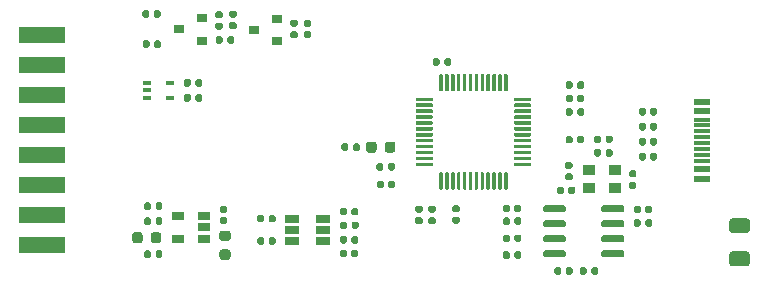
<source format=gbr>
%TF.GenerationSoftware,KiCad,Pcbnew,(5.1.6)-1*%
%TF.CreationDate,2020-08-12T13:20:56+08:00*%
%TF.ProjectId,sl_v2,736c5f76-322e-46b6-9963-61645f706362,rev?*%
%TF.SameCoordinates,Original*%
%TF.FileFunction,Paste,Top*%
%TF.FilePolarity,Positive*%
%FSLAX46Y46*%
G04 Gerber Fmt 4.6, Leading zero omitted, Abs format (unit mm)*
G04 Created by KiCad (PCBNEW (5.1.6)-1) date 2020-08-12 13:20:56*
%MOMM*%
%LPD*%
G01*
G04 APERTURE LIST*
%ADD10R,4.000000X1.400000*%
%ADD11R,0.650000X0.400000*%
%ADD12R,1.450000X0.300000*%
%ADD13R,1.450000X0.600000*%
%ADD14R,0.900000X0.800000*%
%ADD15R,1.220000X0.650000*%
%ADD16R,1.060000X0.650000*%
%ADD17R,1.000000X0.900000*%
G04 APERTURE END LIST*
D10*
%TO.C,J2*%
X127889000Y-89154000D03*
X127889000Y-91694000D03*
X127889000Y-94234000D03*
X127889000Y-96774000D03*
X127889000Y-99314000D03*
X127889000Y-101854000D03*
X127889000Y-104394000D03*
X127889000Y-106934000D03*
%TD*%
%TO.C,C2*%
G36*
G01*
X143126750Y-105709100D02*
X143639250Y-105709100D01*
G75*
G02*
X143858000Y-105927850I0J-218750D01*
G01*
X143858000Y-106365350D01*
G75*
G02*
X143639250Y-106584100I-218750J0D01*
G01*
X143126750Y-106584100D01*
G75*
G02*
X142908000Y-106365350I0J218750D01*
G01*
X142908000Y-105927850D01*
G75*
G02*
X143126750Y-105709100I218750J0D01*
G01*
G37*
G36*
G01*
X143126750Y-107284100D02*
X143639250Y-107284100D01*
G75*
G02*
X143858000Y-107502850I0J-218750D01*
G01*
X143858000Y-107940350D01*
G75*
G02*
X143639250Y-108159100I-218750J0D01*
G01*
X143126750Y-108159100D01*
G75*
G02*
X142908000Y-107940350I0J218750D01*
G01*
X142908000Y-107502850D01*
G75*
G02*
X143126750Y-107284100I218750J0D01*
G01*
G37*
%TD*%
%TO.C,R15*%
G36*
G01*
X174003200Y-108945900D02*
X174003200Y-109290900D01*
G75*
G02*
X173855700Y-109438400I-147500J0D01*
G01*
X173560700Y-109438400D01*
G75*
G02*
X173413200Y-109290900I0J147500D01*
G01*
X173413200Y-108945900D01*
G75*
G02*
X173560700Y-108798400I147500J0D01*
G01*
X173855700Y-108798400D01*
G75*
G02*
X174003200Y-108945900I0J-147500D01*
G01*
G37*
G36*
G01*
X174973200Y-108945900D02*
X174973200Y-109290900D01*
G75*
G02*
X174825700Y-109438400I-147500J0D01*
G01*
X174530700Y-109438400D01*
G75*
G02*
X174383200Y-109290900I0J147500D01*
G01*
X174383200Y-108945900D01*
G75*
G02*
X174530700Y-108798400I147500J0D01*
G01*
X174825700Y-108798400D01*
G75*
G02*
X174973200Y-108945900I0J-147500D01*
G01*
G37*
%TD*%
%TO.C,R22*%
G36*
G01*
X168473200Y-106177300D02*
X168473200Y-106522300D01*
G75*
G02*
X168325700Y-106669800I-147500J0D01*
G01*
X168030700Y-106669800D01*
G75*
G02*
X167883200Y-106522300I0J147500D01*
G01*
X167883200Y-106177300D01*
G75*
G02*
X168030700Y-106029800I147500J0D01*
G01*
X168325700Y-106029800D01*
G75*
G02*
X168473200Y-106177300I0J-147500D01*
G01*
G37*
G36*
G01*
X167503200Y-106177300D02*
X167503200Y-106522300D01*
G75*
G02*
X167355700Y-106669800I-147500J0D01*
G01*
X167060700Y-106669800D01*
G75*
G02*
X166913200Y-106522300I0J147500D01*
G01*
X166913200Y-106177300D01*
G75*
G02*
X167060700Y-106029800I147500J0D01*
G01*
X167355700Y-106029800D01*
G75*
G02*
X167503200Y-106177300I0J-147500D01*
G01*
G37*
%TD*%
%TO.C,C10*%
G36*
G01*
X160736500Y-103588600D02*
X161081500Y-103588600D01*
G75*
G02*
X161229000Y-103736100I0J-147500D01*
G01*
X161229000Y-104031100D01*
G75*
G02*
X161081500Y-104178600I-147500J0D01*
G01*
X160736500Y-104178600D01*
G75*
G02*
X160589000Y-104031100I0J147500D01*
G01*
X160589000Y-103736100D01*
G75*
G02*
X160736500Y-103588600I147500J0D01*
G01*
G37*
G36*
G01*
X160736500Y-104558600D02*
X161081500Y-104558600D01*
G75*
G02*
X161229000Y-104706100I0J-147500D01*
G01*
X161229000Y-105001100D01*
G75*
G02*
X161081500Y-105148600I-147500J0D01*
G01*
X160736500Y-105148600D01*
G75*
G02*
X160589000Y-105001100I0J147500D01*
G01*
X160589000Y-104706100D01*
G75*
G02*
X160736500Y-104558600I147500J0D01*
G01*
G37*
%TD*%
D11*
%TO.C,U4*%
X136794200Y-93177600D03*
X136794200Y-94477600D03*
X136794200Y-93827600D03*
X138694200Y-94477600D03*
X138694200Y-93177600D03*
%TD*%
%TO.C,L3*%
G36*
G01*
X140498200Y-93020100D02*
X140498200Y-93365100D01*
G75*
G02*
X140350700Y-93512600I-147500J0D01*
G01*
X140055700Y-93512600D01*
G75*
G02*
X139908200Y-93365100I0J147500D01*
G01*
X139908200Y-93020100D01*
G75*
G02*
X140055700Y-92872600I147500J0D01*
G01*
X140350700Y-92872600D01*
G75*
G02*
X140498200Y-93020100I0J-147500D01*
G01*
G37*
G36*
G01*
X141468200Y-93020100D02*
X141468200Y-93365100D01*
G75*
G02*
X141320700Y-93512600I-147500J0D01*
G01*
X141025700Y-93512600D01*
G75*
G02*
X140878200Y-93365100I0J147500D01*
G01*
X140878200Y-93020100D01*
G75*
G02*
X141025700Y-92872600I147500J0D01*
G01*
X141320700Y-92872600D01*
G75*
G02*
X141468200Y-93020100I0J-147500D01*
G01*
G37*
%TD*%
%TO.C,C15*%
G36*
G01*
X140878200Y-94635100D02*
X140878200Y-94290100D01*
G75*
G02*
X141025700Y-94142600I147500J0D01*
G01*
X141320700Y-94142600D01*
G75*
G02*
X141468200Y-94290100I0J-147500D01*
G01*
X141468200Y-94635100D01*
G75*
G02*
X141320700Y-94782600I-147500J0D01*
G01*
X141025700Y-94782600D01*
G75*
G02*
X140878200Y-94635100I0J147500D01*
G01*
G37*
G36*
G01*
X139908200Y-94635100D02*
X139908200Y-94290100D01*
G75*
G02*
X140055700Y-94142600I147500J0D01*
G01*
X140350700Y-94142600D01*
G75*
G02*
X140498200Y-94290100I0J-147500D01*
G01*
X140498200Y-94635100D01*
G75*
G02*
X140350700Y-94782600I-147500J0D01*
G01*
X140055700Y-94782600D01*
G75*
G02*
X139908200Y-94635100I0J147500D01*
G01*
G37*
%TD*%
%TO.C,C1*%
G36*
G01*
X144215900Y-88641000D02*
X143870900Y-88641000D01*
G75*
G02*
X143723400Y-88493500I0J147500D01*
G01*
X143723400Y-88198500D01*
G75*
G02*
X143870900Y-88051000I147500J0D01*
G01*
X144215900Y-88051000D01*
G75*
G02*
X144363400Y-88198500I0J-147500D01*
G01*
X144363400Y-88493500D01*
G75*
G02*
X144215900Y-88641000I-147500J0D01*
G01*
G37*
G36*
G01*
X144215900Y-87671000D02*
X143870900Y-87671000D01*
G75*
G02*
X143723400Y-87523500I0J147500D01*
G01*
X143723400Y-87228500D01*
G75*
G02*
X143870900Y-87081000I147500J0D01*
G01*
X144215900Y-87081000D01*
G75*
G02*
X144363400Y-87228500I0J-147500D01*
G01*
X144363400Y-87523500D01*
G75*
G02*
X144215900Y-87671000I-147500J0D01*
G01*
G37*
%TD*%
%TO.C,C3*%
G36*
G01*
X162524800Y-91242100D02*
X162524800Y-91587100D01*
G75*
G02*
X162377300Y-91734600I-147500J0D01*
G01*
X162082300Y-91734600D01*
G75*
G02*
X161934800Y-91587100I0J147500D01*
G01*
X161934800Y-91242100D01*
G75*
G02*
X162082300Y-91094600I147500J0D01*
G01*
X162377300Y-91094600D01*
G75*
G02*
X162524800Y-91242100I0J-147500D01*
G01*
G37*
G36*
G01*
X161554800Y-91242100D02*
X161554800Y-91587100D01*
G75*
G02*
X161407300Y-91734600I-147500J0D01*
G01*
X161112300Y-91734600D01*
G75*
G02*
X160964800Y-91587100I0J147500D01*
G01*
X160964800Y-91242100D01*
G75*
G02*
X161112300Y-91094600I147500J0D01*
G01*
X161407300Y-91094600D01*
G75*
G02*
X161554800Y-91242100I0J-147500D01*
G01*
G37*
%TD*%
%TO.C,C4*%
G36*
G01*
X137120000Y-103459500D02*
X137120000Y-103804500D01*
G75*
G02*
X136972500Y-103952000I-147500J0D01*
G01*
X136677500Y-103952000D01*
G75*
G02*
X136530000Y-103804500I0J147500D01*
G01*
X136530000Y-103459500D01*
G75*
G02*
X136677500Y-103312000I147500J0D01*
G01*
X136972500Y-103312000D01*
G75*
G02*
X137120000Y-103459500I0J-147500D01*
G01*
G37*
G36*
G01*
X138090000Y-103459500D02*
X138090000Y-103804500D01*
G75*
G02*
X137942500Y-103952000I-147500J0D01*
G01*
X137647500Y-103952000D01*
G75*
G02*
X137500000Y-103804500I0J147500D01*
G01*
X137500000Y-103459500D01*
G75*
G02*
X137647500Y-103312000I147500J0D01*
G01*
X137942500Y-103312000D01*
G75*
G02*
X138090000Y-103459500I0J-147500D01*
G01*
G37*
%TD*%
%TO.C,C5*%
G36*
G01*
X137978500Y-106042750D02*
X137978500Y-106555250D01*
G75*
G02*
X137759750Y-106774000I-218750J0D01*
G01*
X137322250Y-106774000D01*
G75*
G02*
X137103500Y-106555250I0J218750D01*
G01*
X137103500Y-106042750D01*
G75*
G02*
X137322250Y-105824000I218750J0D01*
G01*
X137759750Y-105824000D01*
G75*
G02*
X137978500Y-106042750I0J-218750D01*
G01*
G37*
G36*
G01*
X136403500Y-106042750D02*
X136403500Y-106555250D01*
G75*
G02*
X136184750Y-106774000I-218750J0D01*
G01*
X135747250Y-106774000D01*
G75*
G02*
X135528500Y-106555250I0J218750D01*
G01*
X135528500Y-106042750D01*
G75*
G02*
X135747250Y-105824000I218750J0D01*
G01*
X136184750Y-105824000D01*
G75*
G02*
X136403500Y-106042750I0J-218750D01*
G01*
G37*
%TD*%
%TO.C,C6*%
G36*
G01*
X138090000Y-104729500D02*
X138090000Y-105074500D01*
G75*
G02*
X137942500Y-105222000I-147500J0D01*
G01*
X137647500Y-105222000D01*
G75*
G02*
X137500000Y-105074500I0J147500D01*
G01*
X137500000Y-104729500D01*
G75*
G02*
X137647500Y-104582000I147500J0D01*
G01*
X137942500Y-104582000D01*
G75*
G02*
X138090000Y-104729500I0J-147500D01*
G01*
G37*
G36*
G01*
X137120000Y-104729500D02*
X137120000Y-105074500D01*
G75*
G02*
X136972500Y-105222000I-147500J0D01*
G01*
X136677500Y-105222000D01*
G75*
G02*
X136530000Y-105074500I0J147500D01*
G01*
X136530000Y-104729500D01*
G75*
G02*
X136677500Y-104582000I147500J0D01*
G01*
X136972500Y-104582000D01*
G75*
G02*
X137120000Y-104729500I0J-147500D01*
G01*
G37*
%TD*%
%TO.C,C7*%
G36*
G01*
X176194800Y-97795300D02*
X176194800Y-98140300D01*
G75*
G02*
X176047300Y-98287800I-147500J0D01*
G01*
X175752300Y-98287800D01*
G75*
G02*
X175604800Y-98140300I0J147500D01*
G01*
X175604800Y-97795300D01*
G75*
G02*
X175752300Y-97647800I147500J0D01*
G01*
X176047300Y-97647800D01*
G75*
G02*
X176194800Y-97795300I0J-147500D01*
G01*
G37*
G36*
G01*
X175224800Y-97795300D02*
X175224800Y-98140300D01*
G75*
G02*
X175077300Y-98287800I-147500J0D01*
G01*
X174782300Y-98287800D01*
G75*
G02*
X174634800Y-98140300I0J147500D01*
G01*
X174634800Y-97795300D01*
G75*
G02*
X174782300Y-97647800I147500J0D01*
G01*
X175077300Y-97647800D01*
G75*
G02*
X175224800Y-97795300I0J-147500D01*
G01*
G37*
%TD*%
%TO.C,C8*%
G36*
G01*
X171482800Y-102458300D02*
X171482800Y-102113300D01*
G75*
G02*
X171630300Y-101965800I147500J0D01*
G01*
X171925300Y-101965800D01*
G75*
G02*
X172072800Y-102113300I0J-147500D01*
G01*
X172072800Y-102458300D01*
G75*
G02*
X171925300Y-102605800I-147500J0D01*
G01*
X171630300Y-102605800D01*
G75*
G02*
X171482800Y-102458300I0J147500D01*
G01*
G37*
G36*
G01*
X172452800Y-102458300D02*
X172452800Y-102113300D01*
G75*
G02*
X172600300Y-101965800I147500J0D01*
G01*
X172895300Y-101965800D01*
G75*
G02*
X173042800Y-102113300I0J-147500D01*
G01*
X173042800Y-102458300D01*
G75*
G02*
X172895300Y-102605800I-147500J0D01*
G01*
X172600300Y-102605800D01*
G75*
G02*
X172452800Y-102458300I0J147500D01*
G01*
G37*
%TD*%
%TO.C,C9*%
G36*
G01*
X178074100Y-101183800D02*
X177729100Y-101183800D01*
G75*
G02*
X177581600Y-101036300I0J147500D01*
G01*
X177581600Y-100741300D01*
G75*
G02*
X177729100Y-100593800I147500J0D01*
G01*
X178074100Y-100593800D01*
G75*
G02*
X178221600Y-100741300I0J-147500D01*
G01*
X178221600Y-101036300D01*
G75*
G02*
X178074100Y-101183800I-147500J0D01*
G01*
G37*
G36*
G01*
X178074100Y-102153800D02*
X177729100Y-102153800D01*
G75*
G02*
X177581600Y-102006300I0J147500D01*
G01*
X177581600Y-101711300D01*
G75*
G02*
X177729100Y-101563800I147500J0D01*
G01*
X178074100Y-101563800D01*
G75*
G02*
X178221600Y-101711300I0J-147500D01*
G01*
X178221600Y-102006300D01*
G75*
G02*
X178074100Y-102153800I-147500J0D01*
G01*
G37*
%TD*%
%TO.C,C11*%
G36*
G01*
X159618900Y-103591000D02*
X159963900Y-103591000D01*
G75*
G02*
X160111400Y-103738500I0J-147500D01*
G01*
X160111400Y-104033500D01*
G75*
G02*
X159963900Y-104181000I-147500J0D01*
G01*
X159618900Y-104181000D01*
G75*
G02*
X159471400Y-104033500I0J147500D01*
G01*
X159471400Y-103738500D01*
G75*
G02*
X159618900Y-103591000I147500J0D01*
G01*
G37*
G36*
G01*
X159618900Y-104561000D02*
X159963900Y-104561000D01*
G75*
G02*
X160111400Y-104708500I0J-147500D01*
G01*
X160111400Y-105003500D01*
G75*
G02*
X159963900Y-105151000I-147500J0D01*
G01*
X159618900Y-105151000D01*
G75*
G02*
X159471400Y-105003500I0J147500D01*
G01*
X159471400Y-104708500D01*
G75*
G02*
X159618900Y-104561000I147500J0D01*
G01*
G37*
%TD*%
%TO.C,C12*%
G36*
G01*
X157187400Y-101963000D02*
X157187400Y-101618000D01*
G75*
G02*
X157334900Y-101470500I147500J0D01*
G01*
X157629900Y-101470500D01*
G75*
G02*
X157777400Y-101618000I0J-147500D01*
G01*
X157777400Y-101963000D01*
G75*
G02*
X157629900Y-102110500I-147500J0D01*
G01*
X157334900Y-102110500D01*
G75*
G02*
X157187400Y-101963000I0J147500D01*
G01*
G37*
G36*
G01*
X156217400Y-101963000D02*
X156217400Y-101618000D01*
G75*
G02*
X156364900Y-101470500I147500J0D01*
G01*
X156659900Y-101470500D01*
G75*
G02*
X156807400Y-101618000I0J-147500D01*
G01*
X156807400Y-101963000D01*
G75*
G02*
X156659900Y-102110500I-147500J0D01*
G01*
X156364900Y-102110500D01*
G75*
G02*
X156217400Y-101963000I0J147500D01*
G01*
G37*
%TD*%
%TO.C,C13*%
G36*
G01*
X163113500Y-105125600D02*
X162768500Y-105125600D01*
G75*
G02*
X162621000Y-104978100I0J147500D01*
G01*
X162621000Y-104683100D01*
G75*
G02*
X162768500Y-104535600I147500J0D01*
G01*
X163113500Y-104535600D01*
G75*
G02*
X163261000Y-104683100I0J-147500D01*
G01*
X163261000Y-104978100D01*
G75*
G02*
X163113500Y-105125600I-147500J0D01*
G01*
G37*
G36*
G01*
X163113500Y-104155600D02*
X162768500Y-104155600D01*
G75*
G02*
X162621000Y-104008100I0J147500D01*
G01*
X162621000Y-103713100D01*
G75*
G02*
X162768500Y-103565600I147500J0D01*
G01*
X163113500Y-103565600D01*
G75*
G02*
X163261000Y-103713100I0J-147500D01*
G01*
X163261000Y-104008100D01*
G75*
G02*
X163113500Y-104155600I-147500J0D01*
G01*
G37*
%TD*%
%TO.C,C14*%
G36*
G01*
X178577600Y-104881900D02*
X178577600Y-105226900D01*
G75*
G02*
X178430100Y-105374400I-147500J0D01*
G01*
X178135100Y-105374400D01*
G75*
G02*
X177987600Y-105226900I0J147500D01*
G01*
X177987600Y-104881900D01*
G75*
G02*
X178135100Y-104734400I147500J0D01*
G01*
X178430100Y-104734400D01*
G75*
G02*
X178577600Y-104881900I0J-147500D01*
G01*
G37*
G36*
G01*
X179547600Y-104881900D02*
X179547600Y-105226900D01*
G75*
G02*
X179400100Y-105374400I-147500J0D01*
G01*
X179105100Y-105374400D01*
G75*
G02*
X178957600Y-105226900I0J147500D01*
G01*
X178957600Y-104881900D01*
G75*
G02*
X179105100Y-104734400I147500J0D01*
G01*
X179400100Y-104734400D01*
G75*
G02*
X179547600Y-104881900I0J-147500D01*
G01*
G37*
%TD*%
%TO.C,C16*%
G36*
G01*
X154676200Y-106304300D02*
X154676200Y-106649300D01*
G75*
G02*
X154528700Y-106796800I-147500J0D01*
G01*
X154233700Y-106796800D01*
G75*
G02*
X154086200Y-106649300I0J147500D01*
G01*
X154086200Y-106304300D01*
G75*
G02*
X154233700Y-106156800I147500J0D01*
G01*
X154528700Y-106156800D01*
G75*
G02*
X154676200Y-106304300I0J-147500D01*
G01*
G37*
G36*
G01*
X153706200Y-106304300D02*
X153706200Y-106649300D01*
G75*
G02*
X153558700Y-106796800I-147500J0D01*
G01*
X153263700Y-106796800D01*
G75*
G02*
X153116200Y-106649300I0J147500D01*
G01*
X153116200Y-106304300D01*
G75*
G02*
X153263700Y-106156800I147500J0D01*
G01*
X153558700Y-106156800D01*
G75*
G02*
X153706200Y-106304300I0J-147500D01*
G01*
G37*
%TD*%
%TO.C,C17*%
G36*
G01*
X147075800Y-106750900D02*
X147075800Y-106405900D01*
G75*
G02*
X147223300Y-106258400I147500J0D01*
G01*
X147518300Y-106258400D01*
G75*
G02*
X147665800Y-106405900I0J-147500D01*
G01*
X147665800Y-106750900D01*
G75*
G02*
X147518300Y-106898400I-147500J0D01*
G01*
X147223300Y-106898400D01*
G75*
G02*
X147075800Y-106750900I0J147500D01*
G01*
G37*
G36*
G01*
X146105800Y-106750900D02*
X146105800Y-106405900D01*
G75*
G02*
X146253300Y-106258400I147500J0D01*
G01*
X146548300Y-106258400D01*
G75*
G02*
X146695800Y-106405900I0J-147500D01*
G01*
X146695800Y-106750900D01*
G75*
G02*
X146548300Y-106898400I-147500J0D01*
G01*
X146253300Y-106898400D01*
G75*
G02*
X146105800Y-106750900I0J147500D01*
G01*
G37*
%TD*%
%TO.C,C18*%
G36*
G01*
X172837200Y-95483900D02*
X172837200Y-95828900D01*
G75*
G02*
X172689700Y-95976400I-147500J0D01*
G01*
X172394700Y-95976400D01*
G75*
G02*
X172247200Y-95828900I0J147500D01*
G01*
X172247200Y-95483900D01*
G75*
G02*
X172394700Y-95336400I147500J0D01*
G01*
X172689700Y-95336400D01*
G75*
G02*
X172837200Y-95483900I0J-147500D01*
G01*
G37*
G36*
G01*
X173807200Y-95483900D02*
X173807200Y-95828900D01*
G75*
G02*
X173659700Y-95976400I-147500J0D01*
G01*
X173364700Y-95976400D01*
G75*
G02*
X173217200Y-95828900I0J147500D01*
G01*
X173217200Y-95483900D01*
G75*
G02*
X173364700Y-95336400I147500J0D01*
G01*
X173659700Y-95336400D01*
G75*
G02*
X173807200Y-95483900I0J-147500D01*
G01*
G37*
%TD*%
%TO.C,D1*%
G36*
G01*
X157790700Y-98371950D02*
X157790700Y-98884450D01*
G75*
G02*
X157571950Y-99103200I-218750J0D01*
G01*
X157134450Y-99103200D01*
G75*
G02*
X156915700Y-98884450I0J218750D01*
G01*
X156915700Y-98371950D01*
G75*
G02*
X157134450Y-98153200I218750J0D01*
G01*
X157571950Y-98153200D01*
G75*
G02*
X157790700Y-98371950I0J-218750D01*
G01*
G37*
G36*
G01*
X156215700Y-98371950D02*
X156215700Y-98884450D01*
G75*
G02*
X155996950Y-99103200I-218750J0D01*
G01*
X155559450Y-99103200D01*
G75*
G02*
X155340700Y-98884450I0J218750D01*
G01*
X155340700Y-98371950D01*
G75*
G02*
X155559450Y-98153200I218750J0D01*
G01*
X155996950Y-98153200D01*
G75*
G02*
X156215700Y-98371950I0J-218750D01*
G01*
G37*
%TD*%
%TO.C,F1*%
G36*
G01*
X186319000Y-104658000D02*
X187569000Y-104658000D01*
G75*
G02*
X187819000Y-104908000I0J-250000D01*
G01*
X187819000Y-105658000D01*
G75*
G02*
X187569000Y-105908000I-250000J0D01*
G01*
X186319000Y-105908000D01*
G75*
G02*
X186069000Y-105658000I0J250000D01*
G01*
X186069000Y-104908000D01*
G75*
G02*
X186319000Y-104658000I250000J0D01*
G01*
G37*
G36*
G01*
X186319000Y-107458000D02*
X187569000Y-107458000D01*
G75*
G02*
X187819000Y-107708000I0J-250000D01*
G01*
X187819000Y-108458000D01*
G75*
G02*
X187569000Y-108708000I-250000J0D01*
G01*
X186319000Y-108708000D01*
G75*
G02*
X186069000Y-108458000I0J250000D01*
G01*
X186069000Y-107708000D01*
G75*
G02*
X186319000Y-107458000I250000J0D01*
G01*
G37*
%TD*%
D12*
%TO.C,J1*%
X183788000Y-98294000D03*
X183788000Y-96294000D03*
X183788000Y-96794000D03*
X183788000Y-97294000D03*
X183788000Y-97794000D03*
X183788000Y-98794000D03*
X183788000Y-99294000D03*
X183788000Y-99794000D03*
D13*
X183788000Y-94794000D03*
X183788000Y-95594000D03*
X183788000Y-100494000D03*
X183788000Y-101294000D03*
X183788000Y-101294000D03*
X183788000Y-100494000D03*
X183788000Y-95594000D03*
X183788000Y-94794000D03*
%TD*%
%TO.C,L1*%
G36*
G01*
X168473200Y-104729500D02*
X168473200Y-105074500D01*
G75*
G02*
X168325700Y-105222000I-147500J0D01*
G01*
X168030700Y-105222000D01*
G75*
G02*
X167883200Y-105074500I0J147500D01*
G01*
X167883200Y-104729500D01*
G75*
G02*
X168030700Y-104582000I147500J0D01*
G01*
X168325700Y-104582000D01*
G75*
G02*
X168473200Y-104729500I0J-147500D01*
G01*
G37*
G36*
G01*
X167503200Y-104729500D02*
X167503200Y-105074500D01*
G75*
G02*
X167355700Y-105222000I-147500J0D01*
G01*
X167060700Y-105222000D01*
G75*
G02*
X166913200Y-105074500I0J147500D01*
G01*
X166913200Y-104729500D01*
G75*
G02*
X167060700Y-104582000I147500J0D01*
G01*
X167355700Y-104582000D01*
G75*
G02*
X167503200Y-104729500I0J-147500D01*
G01*
G37*
%TD*%
%TO.C,L2*%
G36*
G01*
X176194800Y-98938300D02*
X176194800Y-99283300D01*
G75*
G02*
X176047300Y-99430800I-147500J0D01*
G01*
X175752300Y-99430800D01*
G75*
G02*
X175604800Y-99283300I0J147500D01*
G01*
X175604800Y-98938300D01*
G75*
G02*
X175752300Y-98790800I147500J0D01*
G01*
X176047300Y-98790800D01*
G75*
G02*
X176194800Y-98938300I0J-147500D01*
G01*
G37*
G36*
G01*
X175224800Y-98938300D02*
X175224800Y-99283300D01*
G75*
G02*
X175077300Y-99430800I-147500J0D01*
G01*
X174782300Y-99430800D01*
G75*
G02*
X174634800Y-99283300I0J147500D01*
G01*
X174634800Y-98938300D01*
G75*
G02*
X174782300Y-98790800I147500J0D01*
G01*
X175077300Y-98790800D01*
G75*
G02*
X175224800Y-98938300I0J-147500D01*
G01*
G37*
%TD*%
%TO.C,L4*%
G36*
G01*
X172811800Y-94340900D02*
X172811800Y-94685900D01*
G75*
G02*
X172664300Y-94833400I-147500J0D01*
G01*
X172369300Y-94833400D01*
G75*
G02*
X172221800Y-94685900I0J147500D01*
G01*
X172221800Y-94340900D01*
G75*
G02*
X172369300Y-94193400I147500J0D01*
G01*
X172664300Y-94193400D01*
G75*
G02*
X172811800Y-94340900I0J-147500D01*
G01*
G37*
G36*
G01*
X173781800Y-94340900D02*
X173781800Y-94685900D01*
G75*
G02*
X173634300Y-94833400I-147500J0D01*
G01*
X173339300Y-94833400D01*
G75*
G02*
X173191800Y-94685900I0J147500D01*
G01*
X173191800Y-94340900D01*
G75*
G02*
X173339300Y-94193400I147500J0D01*
G01*
X173634300Y-94193400D01*
G75*
G02*
X173781800Y-94340900I0J-147500D01*
G01*
G37*
%TD*%
D14*
%TO.C,Q1*%
X141452600Y-89611200D03*
X141452600Y-87711200D03*
X139452600Y-88661200D03*
%TD*%
D15*
%TO.C,Q2*%
X149096100Y-104675900D03*
X149096100Y-105625900D03*
X149096100Y-106575900D03*
X151716100Y-106575900D03*
X151716100Y-105625900D03*
X151716100Y-104675900D03*
%TD*%
%TO.C,R1*%
G36*
G01*
X142702500Y-88101800D02*
X143047500Y-88101800D01*
G75*
G02*
X143195000Y-88249300I0J-147500D01*
G01*
X143195000Y-88544300D01*
G75*
G02*
X143047500Y-88691800I-147500J0D01*
G01*
X142702500Y-88691800D01*
G75*
G02*
X142555000Y-88544300I0J147500D01*
G01*
X142555000Y-88249300D01*
G75*
G02*
X142702500Y-88101800I147500J0D01*
G01*
G37*
G36*
G01*
X142702500Y-87131800D02*
X143047500Y-87131800D01*
G75*
G02*
X143195000Y-87279300I0J-147500D01*
G01*
X143195000Y-87574300D01*
G75*
G02*
X143047500Y-87721800I-147500J0D01*
G01*
X142702500Y-87721800D01*
G75*
G02*
X142555000Y-87574300I0J147500D01*
G01*
X142555000Y-87279300D01*
G75*
G02*
X142702500Y-87131800I147500J0D01*
G01*
G37*
%TD*%
%TO.C,R2*%
G36*
G01*
X143083500Y-103591000D02*
X143428500Y-103591000D01*
G75*
G02*
X143576000Y-103738500I0J-147500D01*
G01*
X143576000Y-104033500D01*
G75*
G02*
X143428500Y-104181000I-147500J0D01*
G01*
X143083500Y-104181000D01*
G75*
G02*
X142936000Y-104033500I0J147500D01*
G01*
X142936000Y-103738500D01*
G75*
G02*
X143083500Y-103591000I147500J0D01*
G01*
G37*
G36*
G01*
X143083500Y-104561000D02*
X143428500Y-104561000D01*
G75*
G02*
X143576000Y-104708500I0J-147500D01*
G01*
X143576000Y-105003500D01*
G75*
G02*
X143428500Y-105151000I-147500J0D01*
G01*
X143083500Y-105151000D01*
G75*
G02*
X142936000Y-105003500I0J147500D01*
G01*
X142936000Y-104708500D01*
G75*
G02*
X143083500Y-104561000I147500J0D01*
G01*
G37*
%TD*%
%TO.C,R3*%
G36*
G01*
X144160600Y-89387900D02*
X144160600Y-89732900D01*
G75*
G02*
X144013100Y-89880400I-147500J0D01*
G01*
X143718100Y-89880400D01*
G75*
G02*
X143570600Y-89732900I0J147500D01*
G01*
X143570600Y-89387900D01*
G75*
G02*
X143718100Y-89240400I147500J0D01*
G01*
X144013100Y-89240400D01*
G75*
G02*
X144160600Y-89387900I0J-147500D01*
G01*
G37*
G36*
G01*
X143190600Y-89387900D02*
X143190600Y-89732900D01*
G75*
G02*
X143043100Y-89880400I-147500J0D01*
G01*
X142748100Y-89880400D01*
G75*
G02*
X142600600Y-89732900I0J147500D01*
G01*
X142600600Y-89387900D01*
G75*
G02*
X142748100Y-89240400I147500J0D01*
G01*
X143043100Y-89240400D01*
G75*
G02*
X143190600Y-89387900I0J-147500D01*
G01*
G37*
%TD*%
%TO.C,R4*%
G36*
G01*
X136380000Y-87548500D02*
X136380000Y-87203500D01*
G75*
G02*
X136527500Y-87056000I147500J0D01*
G01*
X136822500Y-87056000D01*
G75*
G02*
X136970000Y-87203500I0J-147500D01*
G01*
X136970000Y-87548500D01*
G75*
G02*
X136822500Y-87696000I-147500J0D01*
G01*
X136527500Y-87696000D01*
G75*
G02*
X136380000Y-87548500I0J147500D01*
G01*
G37*
G36*
G01*
X137350000Y-87548500D02*
X137350000Y-87203500D01*
G75*
G02*
X137497500Y-87056000I147500J0D01*
G01*
X137792500Y-87056000D01*
G75*
G02*
X137940000Y-87203500I0J-147500D01*
G01*
X137940000Y-87548500D01*
G75*
G02*
X137792500Y-87696000I-147500J0D01*
G01*
X137497500Y-87696000D01*
G75*
G02*
X137350000Y-87548500I0J147500D01*
G01*
G37*
%TD*%
%TO.C,R5*%
G36*
G01*
X137373000Y-90088500D02*
X137373000Y-89743500D01*
G75*
G02*
X137520500Y-89596000I147500J0D01*
G01*
X137815500Y-89596000D01*
G75*
G02*
X137963000Y-89743500I0J-147500D01*
G01*
X137963000Y-90088500D01*
G75*
G02*
X137815500Y-90236000I-147500J0D01*
G01*
X137520500Y-90236000D01*
G75*
G02*
X137373000Y-90088500I0J147500D01*
G01*
G37*
G36*
G01*
X136403000Y-90088500D02*
X136403000Y-89743500D01*
G75*
G02*
X136550500Y-89596000I147500J0D01*
G01*
X136845500Y-89596000D01*
G75*
G02*
X136993000Y-89743500I0J-147500D01*
G01*
X136993000Y-90088500D01*
G75*
G02*
X136845500Y-90236000I-147500J0D01*
G01*
X136550500Y-90236000D01*
G75*
G02*
X136403000Y-90088500I0J147500D01*
G01*
G37*
%TD*%
%TO.C,R6*%
G36*
G01*
X178417000Y-99613500D02*
X178417000Y-99268500D01*
G75*
G02*
X178564500Y-99121000I147500J0D01*
G01*
X178859500Y-99121000D01*
G75*
G02*
X179007000Y-99268500I0J-147500D01*
G01*
X179007000Y-99613500D01*
G75*
G02*
X178859500Y-99761000I-147500J0D01*
G01*
X178564500Y-99761000D01*
G75*
G02*
X178417000Y-99613500I0J147500D01*
G01*
G37*
G36*
G01*
X179387000Y-99613500D02*
X179387000Y-99268500D01*
G75*
G02*
X179534500Y-99121000I147500J0D01*
G01*
X179829500Y-99121000D01*
G75*
G02*
X179977000Y-99268500I0J-147500D01*
G01*
X179977000Y-99613500D01*
G75*
G02*
X179829500Y-99761000I-147500J0D01*
G01*
X179534500Y-99761000D01*
G75*
G02*
X179387000Y-99613500I0J147500D01*
G01*
G37*
%TD*%
%TO.C,R7*%
G36*
G01*
X179387000Y-95803500D02*
X179387000Y-95458500D01*
G75*
G02*
X179534500Y-95311000I147500J0D01*
G01*
X179829500Y-95311000D01*
G75*
G02*
X179977000Y-95458500I0J-147500D01*
G01*
X179977000Y-95803500D01*
G75*
G02*
X179829500Y-95951000I-147500J0D01*
G01*
X179534500Y-95951000D01*
G75*
G02*
X179387000Y-95803500I0J147500D01*
G01*
G37*
G36*
G01*
X178417000Y-95803500D02*
X178417000Y-95458500D01*
G75*
G02*
X178564500Y-95311000I147500J0D01*
G01*
X178859500Y-95311000D01*
G75*
G02*
X179007000Y-95458500I0J-147500D01*
G01*
X179007000Y-95803500D01*
G75*
G02*
X178859500Y-95951000I-147500J0D01*
G01*
X178564500Y-95951000D01*
G75*
G02*
X178417000Y-95803500I0J147500D01*
G01*
G37*
%TD*%
%TO.C,R8*%
G36*
G01*
X178417000Y-98343500D02*
X178417000Y-97998500D01*
G75*
G02*
X178564500Y-97851000I147500J0D01*
G01*
X178859500Y-97851000D01*
G75*
G02*
X179007000Y-97998500I0J-147500D01*
G01*
X179007000Y-98343500D01*
G75*
G02*
X178859500Y-98491000I-147500J0D01*
G01*
X178564500Y-98491000D01*
G75*
G02*
X178417000Y-98343500I0J147500D01*
G01*
G37*
G36*
G01*
X179387000Y-98343500D02*
X179387000Y-97998500D01*
G75*
G02*
X179534500Y-97851000I147500J0D01*
G01*
X179829500Y-97851000D01*
G75*
G02*
X179977000Y-97998500I0J-147500D01*
G01*
X179977000Y-98343500D01*
G75*
G02*
X179829500Y-98491000I-147500J0D01*
G01*
X179534500Y-98491000D01*
G75*
G02*
X179387000Y-98343500I0J147500D01*
G01*
G37*
%TD*%
%TO.C,R9*%
G36*
G01*
X179387000Y-97073500D02*
X179387000Y-96728500D01*
G75*
G02*
X179534500Y-96581000I147500J0D01*
G01*
X179829500Y-96581000D01*
G75*
G02*
X179977000Y-96728500I0J-147500D01*
G01*
X179977000Y-97073500D01*
G75*
G02*
X179829500Y-97221000I-147500J0D01*
G01*
X179534500Y-97221000D01*
G75*
G02*
X179387000Y-97073500I0J147500D01*
G01*
G37*
G36*
G01*
X178417000Y-97073500D02*
X178417000Y-96728500D01*
G75*
G02*
X178564500Y-96581000I147500J0D01*
G01*
X178859500Y-96581000D01*
G75*
G02*
X179007000Y-96728500I0J-147500D01*
G01*
X179007000Y-97073500D01*
G75*
G02*
X178859500Y-97221000I-147500J0D01*
G01*
X178564500Y-97221000D01*
G75*
G02*
X178417000Y-97073500I0J147500D01*
G01*
G37*
%TD*%
%TO.C,R10*%
G36*
G01*
X137500000Y-107868500D02*
X137500000Y-107523500D01*
G75*
G02*
X137647500Y-107376000I147500J0D01*
G01*
X137942500Y-107376000D01*
G75*
G02*
X138090000Y-107523500I0J-147500D01*
G01*
X138090000Y-107868500D01*
G75*
G02*
X137942500Y-108016000I-147500J0D01*
G01*
X137647500Y-108016000D01*
G75*
G02*
X137500000Y-107868500I0J147500D01*
G01*
G37*
G36*
G01*
X136530000Y-107868500D02*
X136530000Y-107523500D01*
G75*
G02*
X136677500Y-107376000I147500J0D01*
G01*
X136972500Y-107376000D01*
G75*
G02*
X137120000Y-107523500I0J-147500D01*
G01*
X137120000Y-107868500D01*
G75*
G02*
X136972500Y-108016000I-147500J0D01*
G01*
X136677500Y-108016000D01*
G75*
G02*
X136530000Y-107868500I0J147500D01*
G01*
G37*
%TD*%
%TO.C,R11*%
G36*
G01*
X178952800Y-104083900D02*
X178952800Y-103738900D01*
G75*
G02*
X179100300Y-103591400I147500J0D01*
G01*
X179395300Y-103591400D01*
G75*
G02*
X179542800Y-103738900I0J-147500D01*
G01*
X179542800Y-104083900D01*
G75*
G02*
X179395300Y-104231400I-147500J0D01*
G01*
X179100300Y-104231400D01*
G75*
G02*
X178952800Y-104083900I0J147500D01*
G01*
G37*
G36*
G01*
X177982800Y-104083900D02*
X177982800Y-103738900D01*
G75*
G02*
X178130300Y-103591400I147500J0D01*
G01*
X178425300Y-103591400D01*
G75*
G02*
X178572800Y-103738900I0J-147500D01*
G01*
X178572800Y-104083900D01*
G75*
G02*
X178425300Y-104231400I-147500J0D01*
G01*
X178130300Y-104231400D01*
G75*
G02*
X177982800Y-104083900I0J147500D01*
G01*
G37*
%TD*%
%TO.C,R12*%
G36*
G01*
X156794700Y-100119400D02*
X156794700Y-100464400D01*
G75*
G02*
X156647200Y-100611900I-147500J0D01*
G01*
X156352200Y-100611900D01*
G75*
G02*
X156204700Y-100464400I0J147500D01*
G01*
X156204700Y-100119400D01*
G75*
G02*
X156352200Y-99971900I147500J0D01*
G01*
X156647200Y-99971900D01*
G75*
G02*
X156794700Y-100119400I0J-147500D01*
G01*
G37*
G36*
G01*
X157764700Y-100119400D02*
X157764700Y-100464400D01*
G75*
G02*
X157617200Y-100611900I-147500J0D01*
G01*
X157322200Y-100611900D01*
G75*
G02*
X157174700Y-100464400I0J147500D01*
G01*
X157174700Y-100119400D01*
G75*
G02*
X157322200Y-99971900I147500J0D01*
G01*
X157617200Y-99971900D01*
G75*
G02*
X157764700Y-100119400I0J-147500D01*
G01*
G37*
%TD*%
%TO.C,R13*%
G36*
G01*
X173187000Y-98165700D02*
X173187000Y-97820700D01*
G75*
G02*
X173334500Y-97673200I147500J0D01*
G01*
X173629500Y-97673200D01*
G75*
G02*
X173777000Y-97820700I0J-147500D01*
G01*
X173777000Y-98165700D01*
G75*
G02*
X173629500Y-98313200I-147500J0D01*
G01*
X173334500Y-98313200D01*
G75*
G02*
X173187000Y-98165700I0J147500D01*
G01*
G37*
G36*
G01*
X172217000Y-98165700D02*
X172217000Y-97820700D01*
G75*
G02*
X172364500Y-97673200I147500J0D01*
G01*
X172659500Y-97673200D01*
G75*
G02*
X172807000Y-97820700I0J-147500D01*
G01*
X172807000Y-98165700D01*
G75*
G02*
X172659500Y-98313200I-147500J0D01*
G01*
X172364500Y-98313200D01*
G75*
G02*
X172217000Y-98165700I0J147500D01*
G01*
G37*
%TD*%
%TO.C,R14*%
G36*
G01*
X172318900Y-99882600D02*
X172663900Y-99882600D01*
G75*
G02*
X172811400Y-100030100I0J-147500D01*
G01*
X172811400Y-100325100D01*
G75*
G02*
X172663900Y-100472600I-147500J0D01*
G01*
X172318900Y-100472600D01*
G75*
G02*
X172171400Y-100325100I0J147500D01*
G01*
X172171400Y-100030100D01*
G75*
G02*
X172318900Y-99882600I147500J0D01*
G01*
G37*
G36*
G01*
X172318900Y-100852600D02*
X172663900Y-100852600D01*
G75*
G02*
X172811400Y-101000100I0J-147500D01*
G01*
X172811400Y-101295100D01*
G75*
G02*
X172663900Y-101442600I-147500J0D01*
G01*
X172318900Y-101442600D01*
G75*
G02*
X172171400Y-101295100I0J147500D01*
G01*
X172171400Y-101000100D01*
G75*
G02*
X172318900Y-100852600I147500J0D01*
G01*
G37*
%TD*%
%TO.C,R16*%
G36*
G01*
X171251800Y-109290900D02*
X171251800Y-108945900D01*
G75*
G02*
X171399300Y-108798400I147500J0D01*
G01*
X171694300Y-108798400D01*
G75*
G02*
X171841800Y-108945900I0J-147500D01*
G01*
X171841800Y-109290900D01*
G75*
G02*
X171694300Y-109438400I-147500J0D01*
G01*
X171399300Y-109438400D01*
G75*
G02*
X171251800Y-109290900I0J147500D01*
G01*
G37*
G36*
G01*
X172221800Y-109290900D02*
X172221800Y-108945900D01*
G75*
G02*
X172369300Y-108798400I147500J0D01*
G01*
X172664300Y-108798400D01*
G75*
G02*
X172811800Y-108945900I0J-147500D01*
G01*
X172811800Y-109290900D01*
G75*
G02*
X172664300Y-109438400I-147500J0D01*
G01*
X172369300Y-109438400D01*
G75*
G02*
X172221800Y-109290900I0J147500D01*
G01*
G37*
%TD*%
%TO.C,R17*%
G36*
G01*
X154098900Y-105417400D02*
X154098900Y-105072400D01*
G75*
G02*
X154246400Y-104924900I147500J0D01*
G01*
X154541400Y-104924900D01*
G75*
G02*
X154688900Y-105072400I0J-147500D01*
G01*
X154688900Y-105417400D01*
G75*
G02*
X154541400Y-105564900I-147500J0D01*
G01*
X154246400Y-105564900D01*
G75*
G02*
X154098900Y-105417400I0J147500D01*
G01*
G37*
G36*
G01*
X153128900Y-105417400D02*
X153128900Y-105072400D01*
G75*
G02*
X153276400Y-104924900I147500J0D01*
G01*
X153571400Y-104924900D01*
G75*
G02*
X153718900Y-105072400I0J-147500D01*
G01*
X153718900Y-105417400D01*
G75*
G02*
X153571400Y-105564900I-147500J0D01*
G01*
X153276400Y-105564900D01*
G75*
G02*
X153128900Y-105417400I0J147500D01*
G01*
G37*
%TD*%
%TO.C,R18*%
G36*
G01*
X154665900Y-107447300D02*
X154665900Y-107792300D01*
G75*
G02*
X154518400Y-107939800I-147500J0D01*
G01*
X154223400Y-107939800D01*
G75*
G02*
X154075900Y-107792300I0J147500D01*
G01*
X154075900Y-107447300D01*
G75*
G02*
X154223400Y-107299800I147500J0D01*
G01*
X154518400Y-107299800D01*
G75*
G02*
X154665900Y-107447300I0J-147500D01*
G01*
G37*
G36*
G01*
X153695900Y-107447300D02*
X153695900Y-107792300D01*
G75*
G02*
X153548400Y-107939800I-147500J0D01*
G01*
X153253400Y-107939800D01*
G75*
G02*
X153105900Y-107792300I0J147500D01*
G01*
X153105900Y-107447300D01*
G75*
G02*
X153253400Y-107299800I147500J0D01*
G01*
X153548400Y-107299800D01*
G75*
G02*
X153695900Y-107447300I0J-147500D01*
G01*
G37*
%TD*%
%TO.C,R19*%
G36*
G01*
X154678600Y-103916700D02*
X154678600Y-104261700D01*
G75*
G02*
X154531100Y-104409200I-147500J0D01*
G01*
X154236100Y-104409200D01*
G75*
G02*
X154088600Y-104261700I0J147500D01*
G01*
X154088600Y-103916700D01*
G75*
G02*
X154236100Y-103769200I147500J0D01*
G01*
X154531100Y-103769200D01*
G75*
G02*
X154678600Y-103916700I0J-147500D01*
G01*
G37*
G36*
G01*
X153708600Y-103916700D02*
X153708600Y-104261700D01*
G75*
G02*
X153561100Y-104409200I-147500J0D01*
G01*
X153266100Y-104409200D01*
G75*
G02*
X153118600Y-104261700I0J147500D01*
G01*
X153118600Y-103916700D01*
G75*
G02*
X153266100Y-103769200I147500J0D01*
G01*
X153561100Y-103769200D01*
G75*
G02*
X153708600Y-103916700I0J-147500D01*
G01*
G37*
%TD*%
%TO.C,R20*%
G36*
G01*
X153243200Y-98800700D02*
X153243200Y-98455700D01*
G75*
G02*
X153390700Y-98308200I147500J0D01*
G01*
X153685700Y-98308200D01*
G75*
G02*
X153833200Y-98455700I0J-147500D01*
G01*
X153833200Y-98800700D01*
G75*
G02*
X153685700Y-98948200I-147500J0D01*
G01*
X153390700Y-98948200D01*
G75*
G02*
X153243200Y-98800700I0J147500D01*
G01*
G37*
G36*
G01*
X154213200Y-98800700D02*
X154213200Y-98455700D01*
G75*
G02*
X154360700Y-98308200I147500J0D01*
G01*
X154655700Y-98308200D01*
G75*
G02*
X154803200Y-98455700I0J-147500D01*
G01*
X154803200Y-98800700D01*
G75*
G02*
X154655700Y-98948200I-147500J0D01*
G01*
X154360700Y-98948200D01*
G75*
G02*
X154213200Y-98800700I0J147500D01*
G01*
G37*
%TD*%
%TO.C,R21*%
G36*
G01*
X147075800Y-104858600D02*
X147075800Y-104513600D01*
G75*
G02*
X147223300Y-104366100I147500J0D01*
G01*
X147518300Y-104366100D01*
G75*
G02*
X147665800Y-104513600I0J-147500D01*
G01*
X147665800Y-104858600D01*
G75*
G02*
X147518300Y-105006100I-147500J0D01*
G01*
X147223300Y-105006100D01*
G75*
G02*
X147075800Y-104858600I0J147500D01*
G01*
G37*
G36*
G01*
X146105800Y-104858600D02*
X146105800Y-104513600D01*
G75*
G02*
X146253300Y-104366100I147500J0D01*
G01*
X146548300Y-104366100D01*
G75*
G02*
X146695800Y-104513600I0J-147500D01*
G01*
X146695800Y-104858600D01*
G75*
G02*
X146548300Y-105006100I-147500J0D01*
G01*
X146253300Y-105006100D01*
G75*
G02*
X146105800Y-104858600I0J147500D01*
G01*
G37*
%TD*%
%TO.C,R23*%
G36*
G01*
X166908400Y-107944700D02*
X166908400Y-107599700D01*
G75*
G02*
X167055900Y-107452200I147500J0D01*
G01*
X167350900Y-107452200D01*
G75*
G02*
X167498400Y-107599700I0J-147500D01*
G01*
X167498400Y-107944700D01*
G75*
G02*
X167350900Y-108092200I-147500J0D01*
G01*
X167055900Y-108092200D01*
G75*
G02*
X166908400Y-107944700I0J147500D01*
G01*
G37*
G36*
G01*
X167878400Y-107944700D02*
X167878400Y-107599700D01*
G75*
G02*
X168025900Y-107452200I147500J0D01*
G01*
X168320900Y-107452200D01*
G75*
G02*
X168468400Y-107599700I0J-147500D01*
G01*
X168468400Y-107944700D01*
G75*
G02*
X168320900Y-108092200I-147500J0D01*
G01*
X168025900Y-108092200D01*
G75*
G02*
X167878400Y-107944700I0J147500D01*
G01*
G37*
%TD*%
D16*
%TO.C,U1*%
X141612800Y-106372700D03*
X141612800Y-105422700D03*
X141612800Y-104472700D03*
X139412800Y-104472700D03*
X139412800Y-106372700D03*
%TD*%
%TO.C,U2*%
G36*
G01*
X170297200Y-104010600D02*
X170297200Y-103710600D01*
G75*
G02*
X170447200Y-103560600I150000J0D01*
G01*
X172097200Y-103560600D01*
G75*
G02*
X172247200Y-103710600I0J-150000D01*
G01*
X172247200Y-104010600D01*
G75*
G02*
X172097200Y-104160600I-150000J0D01*
G01*
X170447200Y-104160600D01*
G75*
G02*
X170297200Y-104010600I0J150000D01*
G01*
G37*
G36*
G01*
X170297200Y-105280600D02*
X170297200Y-104980600D01*
G75*
G02*
X170447200Y-104830600I150000J0D01*
G01*
X172097200Y-104830600D01*
G75*
G02*
X172247200Y-104980600I0J-150000D01*
G01*
X172247200Y-105280600D01*
G75*
G02*
X172097200Y-105430600I-150000J0D01*
G01*
X170447200Y-105430600D01*
G75*
G02*
X170297200Y-105280600I0J150000D01*
G01*
G37*
G36*
G01*
X170297200Y-106550600D02*
X170297200Y-106250600D01*
G75*
G02*
X170447200Y-106100600I150000J0D01*
G01*
X172097200Y-106100600D01*
G75*
G02*
X172247200Y-106250600I0J-150000D01*
G01*
X172247200Y-106550600D01*
G75*
G02*
X172097200Y-106700600I-150000J0D01*
G01*
X170447200Y-106700600D01*
G75*
G02*
X170297200Y-106550600I0J150000D01*
G01*
G37*
G36*
G01*
X170297200Y-107820600D02*
X170297200Y-107520600D01*
G75*
G02*
X170447200Y-107370600I150000J0D01*
G01*
X172097200Y-107370600D01*
G75*
G02*
X172247200Y-107520600I0J-150000D01*
G01*
X172247200Y-107820600D01*
G75*
G02*
X172097200Y-107970600I-150000J0D01*
G01*
X170447200Y-107970600D01*
G75*
G02*
X170297200Y-107820600I0J150000D01*
G01*
G37*
G36*
G01*
X175247200Y-107820600D02*
X175247200Y-107520600D01*
G75*
G02*
X175397200Y-107370600I150000J0D01*
G01*
X177047200Y-107370600D01*
G75*
G02*
X177197200Y-107520600I0J-150000D01*
G01*
X177197200Y-107820600D01*
G75*
G02*
X177047200Y-107970600I-150000J0D01*
G01*
X175397200Y-107970600D01*
G75*
G02*
X175247200Y-107820600I0J150000D01*
G01*
G37*
G36*
G01*
X175247200Y-106550600D02*
X175247200Y-106250600D01*
G75*
G02*
X175397200Y-106100600I150000J0D01*
G01*
X177047200Y-106100600D01*
G75*
G02*
X177197200Y-106250600I0J-150000D01*
G01*
X177197200Y-106550600D01*
G75*
G02*
X177047200Y-106700600I-150000J0D01*
G01*
X175397200Y-106700600D01*
G75*
G02*
X175247200Y-106550600I0J150000D01*
G01*
G37*
G36*
G01*
X175247200Y-105280600D02*
X175247200Y-104980600D01*
G75*
G02*
X175397200Y-104830600I150000J0D01*
G01*
X177047200Y-104830600D01*
G75*
G02*
X177197200Y-104980600I0J-150000D01*
G01*
X177197200Y-105280600D01*
G75*
G02*
X177047200Y-105430600I-150000J0D01*
G01*
X175397200Y-105430600D01*
G75*
G02*
X175247200Y-105280600I0J150000D01*
G01*
G37*
G36*
G01*
X175247200Y-104010600D02*
X175247200Y-103710600D01*
G75*
G02*
X175397200Y-103560600I150000J0D01*
G01*
X177047200Y-103560600D01*
G75*
G02*
X177197200Y-103710600I0J-150000D01*
G01*
X177197200Y-104010600D01*
G75*
G02*
X177047200Y-104160600I-150000J0D01*
G01*
X175397200Y-104160600D01*
G75*
G02*
X175247200Y-104010600I0J150000D01*
G01*
G37*
%TD*%
%TO.C,U3*%
G36*
G01*
X169318200Y-100004700D02*
X169318200Y-100154700D01*
G75*
G02*
X169243200Y-100229700I-75000J0D01*
G01*
X167918200Y-100229700D01*
G75*
G02*
X167843200Y-100154700I0J75000D01*
G01*
X167843200Y-100004700D01*
G75*
G02*
X167918200Y-99929700I75000J0D01*
G01*
X169243200Y-99929700D01*
G75*
G02*
X169318200Y-100004700I0J-75000D01*
G01*
G37*
G36*
G01*
X169318200Y-99504700D02*
X169318200Y-99654700D01*
G75*
G02*
X169243200Y-99729700I-75000J0D01*
G01*
X167918200Y-99729700D01*
G75*
G02*
X167843200Y-99654700I0J75000D01*
G01*
X167843200Y-99504700D01*
G75*
G02*
X167918200Y-99429700I75000J0D01*
G01*
X169243200Y-99429700D01*
G75*
G02*
X169318200Y-99504700I0J-75000D01*
G01*
G37*
G36*
G01*
X169318200Y-99004700D02*
X169318200Y-99154700D01*
G75*
G02*
X169243200Y-99229700I-75000J0D01*
G01*
X167918200Y-99229700D01*
G75*
G02*
X167843200Y-99154700I0J75000D01*
G01*
X167843200Y-99004700D01*
G75*
G02*
X167918200Y-98929700I75000J0D01*
G01*
X169243200Y-98929700D01*
G75*
G02*
X169318200Y-99004700I0J-75000D01*
G01*
G37*
G36*
G01*
X169318200Y-98504700D02*
X169318200Y-98654700D01*
G75*
G02*
X169243200Y-98729700I-75000J0D01*
G01*
X167918200Y-98729700D01*
G75*
G02*
X167843200Y-98654700I0J75000D01*
G01*
X167843200Y-98504700D01*
G75*
G02*
X167918200Y-98429700I75000J0D01*
G01*
X169243200Y-98429700D01*
G75*
G02*
X169318200Y-98504700I0J-75000D01*
G01*
G37*
G36*
G01*
X169318200Y-98004700D02*
X169318200Y-98154700D01*
G75*
G02*
X169243200Y-98229700I-75000J0D01*
G01*
X167918200Y-98229700D01*
G75*
G02*
X167843200Y-98154700I0J75000D01*
G01*
X167843200Y-98004700D01*
G75*
G02*
X167918200Y-97929700I75000J0D01*
G01*
X169243200Y-97929700D01*
G75*
G02*
X169318200Y-98004700I0J-75000D01*
G01*
G37*
G36*
G01*
X169318200Y-97504700D02*
X169318200Y-97654700D01*
G75*
G02*
X169243200Y-97729700I-75000J0D01*
G01*
X167918200Y-97729700D01*
G75*
G02*
X167843200Y-97654700I0J75000D01*
G01*
X167843200Y-97504700D01*
G75*
G02*
X167918200Y-97429700I75000J0D01*
G01*
X169243200Y-97429700D01*
G75*
G02*
X169318200Y-97504700I0J-75000D01*
G01*
G37*
G36*
G01*
X169318200Y-97004700D02*
X169318200Y-97154700D01*
G75*
G02*
X169243200Y-97229700I-75000J0D01*
G01*
X167918200Y-97229700D01*
G75*
G02*
X167843200Y-97154700I0J75000D01*
G01*
X167843200Y-97004700D01*
G75*
G02*
X167918200Y-96929700I75000J0D01*
G01*
X169243200Y-96929700D01*
G75*
G02*
X169318200Y-97004700I0J-75000D01*
G01*
G37*
G36*
G01*
X169318200Y-96504700D02*
X169318200Y-96654700D01*
G75*
G02*
X169243200Y-96729700I-75000J0D01*
G01*
X167918200Y-96729700D01*
G75*
G02*
X167843200Y-96654700I0J75000D01*
G01*
X167843200Y-96504700D01*
G75*
G02*
X167918200Y-96429700I75000J0D01*
G01*
X169243200Y-96429700D01*
G75*
G02*
X169318200Y-96504700I0J-75000D01*
G01*
G37*
G36*
G01*
X169318200Y-96004700D02*
X169318200Y-96154700D01*
G75*
G02*
X169243200Y-96229700I-75000J0D01*
G01*
X167918200Y-96229700D01*
G75*
G02*
X167843200Y-96154700I0J75000D01*
G01*
X167843200Y-96004700D01*
G75*
G02*
X167918200Y-95929700I75000J0D01*
G01*
X169243200Y-95929700D01*
G75*
G02*
X169318200Y-96004700I0J-75000D01*
G01*
G37*
G36*
G01*
X169318200Y-95504700D02*
X169318200Y-95654700D01*
G75*
G02*
X169243200Y-95729700I-75000J0D01*
G01*
X167918200Y-95729700D01*
G75*
G02*
X167843200Y-95654700I0J75000D01*
G01*
X167843200Y-95504700D01*
G75*
G02*
X167918200Y-95429700I75000J0D01*
G01*
X169243200Y-95429700D01*
G75*
G02*
X169318200Y-95504700I0J-75000D01*
G01*
G37*
G36*
G01*
X169318200Y-95004700D02*
X169318200Y-95154700D01*
G75*
G02*
X169243200Y-95229700I-75000J0D01*
G01*
X167918200Y-95229700D01*
G75*
G02*
X167843200Y-95154700I0J75000D01*
G01*
X167843200Y-95004700D01*
G75*
G02*
X167918200Y-94929700I75000J0D01*
G01*
X169243200Y-94929700D01*
G75*
G02*
X169318200Y-95004700I0J-75000D01*
G01*
G37*
G36*
G01*
X169318200Y-94504700D02*
X169318200Y-94654700D01*
G75*
G02*
X169243200Y-94729700I-75000J0D01*
G01*
X167918200Y-94729700D01*
G75*
G02*
X167843200Y-94654700I0J75000D01*
G01*
X167843200Y-94504700D01*
G75*
G02*
X167918200Y-94429700I75000J0D01*
G01*
X169243200Y-94429700D01*
G75*
G02*
X169318200Y-94504700I0J-75000D01*
G01*
G37*
G36*
G01*
X167318200Y-92504700D02*
X167318200Y-93829700D01*
G75*
G02*
X167243200Y-93904700I-75000J0D01*
G01*
X167093200Y-93904700D01*
G75*
G02*
X167018200Y-93829700I0J75000D01*
G01*
X167018200Y-92504700D01*
G75*
G02*
X167093200Y-92429700I75000J0D01*
G01*
X167243200Y-92429700D01*
G75*
G02*
X167318200Y-92504700I0J-75000D01*
G01*
G37*
G36*
G01*
X166818200Y-92504700D02*
X166818200Y-93829700D01*
G75*
G02*
X166743200Y-93904700I-75000J0D01*
G01*
X166593200Y-93904700D01*
G75*
G02*
X166518200Y-93829700I0J75000D01*
G01*
X166518200Y-92504700D01*
G75*
G02*
X166593200Y-92429700I75000J0D01*
G01*
X166743200Y-92429700D01*
G75*
G02*
X166818200Y-92504700I0J-75000D01*
G01*
G37*
G36*
G01*
X166318200Y-92504700D02*
X166318200Y-93829700D01*
G75*
G02*
X166243200Y-93904700I-75000J0D01*
G01*
X166093200Y-93904700D01*
G75*
G02*
X166018200Y-93829700I0J75000D01*
G01*
X166018200Y-92504700D01*
G75*
G02*
X166093200Y-92429700I75000J0D01*
G01*
X166243200Y-92429700D01*
G75*
G02*
X166318200Y-92504700I0J-75000D01*
G01*
G37*
G36*
G01*
X165818200Y-92504700D02*
X165818200Y-93829700D01*
G75*
G02*
X165743200Y-93904700I-75000J0D01*
G01*
X165593200Y-93904700D01*
G75*
G02*
X165518200Y-93829700I0J75000D01*
G01*
X165518200Y-92504700D01*
G75*
G02*
X165593200Y-92429700I75000J0D01*
G01*
X165743200Y-92429700D01*
G75*
G02*
X165818200Y-92504700I0J-75000D01*
G01*
G37*
G36*
G01*
X165318200Y-92504700D02*
X165318200Y-93829700D01*
G75*
G02*
X165243200Y-93904700I-75000J0D01*
G01*
X165093200Y-93904700D01*
G75*
G02*
X165018200Y-93829700I0J75000D01*
G01*
X165018200Y-92504700D01*
G75*
G02*
X165093200Y-92429700I75000J0D01*
G01*
X165243200Y-92429700D01*
G75*
G02*
X165318200Y-92504700I0J-75000D01*
G01*
G37*
G36*
G01*
X164818200Y-92504700D02*
X164818200Y-93829700D01*
G75*
G02*
X164743200Y-93904700I-75000J0D01*
G01*
X164593200Y-93904700D01*
G75*
G02*
X164518200Y-93829700I0J75000D01*
G01*
X164518200Y-92504700D01*
G75*
G02*
X164593200Y-92429700I75000J0D01*
G01*
X164743200Y-92429700D01*
G75*
G02*
X164818200Y-92504700I0J-75000D01*
G01*
G37*
G36*
G01*
X164318200Y-92504700D02*
X164318200Y-93829700D01*
G75*
G02*
X164243200Y-93904700I-75000J0D01*
G01*
X164093200Y-93904700D01*
G75*
G02*
X164018200Y-93829700I0J75000D01*
G01*
X164018200Y-92504700D01*
G75*
G02*
X164093200Y-92429700I75000J0D01*
G01*
X164243200Y-92429700D01*
G75*
G02*
X164318200Y-92504700I0J-75000D01*
G01*
G37*
G36*
G01*
X163818200Y-92504700D02*
X163818200Y-93829700D01*
G75*
G02*
X163743200Y-93904700I-75000J0D01*
G01*
X163593200Y-93904700D01*
G75*
G02*
X163518200Y-93829700I0J75000D01*
G01*
X163518200Y-92504700D01*
G75*
G02*
X163593200Y-92429700I75000J0D01*
G01*
X163743200Y-92429700D01*
G75*
G02*
X163818200Y-92504700I0J-75000D01*
G01*
G37*
G36*
G01*
X163318200Y-92504700D02*
X163318200Y-93829700D01*
G75*
G02*
X163243200Y-93904700I-75000J0D01*
G01*
X163093200Y-93904700D01*
G75*
G02*
X163018200Y-93829700I0J75000D01*
G01*
X163018200Y-92504700D01*
G75*
G02*
X163093200Y-92429700I75000J0D01*
G01*
X163243200Y-92429700D01*
G75*
G02*
X163318200Y-92504700I0J-75000D01*
G01*
G37*
G36*
G01*
X162818200Y-92504700D02*
X162818200Y-93829700D01*
G75*
G02*
X162743200Y-93904700I-75000J0D01*
G01*
X162593200Y-93904700D01*
G75*
G02*
X162518200Y-93829700I0J75000D01*
G01*
X162518200Y-92504700D01*
G75*
G02*
X162593200Y-92429700I75000J0D01*
G01*
X162743200Y-92429700D01*
G75*
G02*
X162818200Y-92504700I0J-75000D01*
G01*
G37*
G36*
G01*
X162318200Y-92504700D02*
X162318200Y-93829700D01*
G75*
G02*
X162243200Y-93904700I-75000J0D01*
G01*
X162093200Y-93904700D01*
G75*
G02*
X162018200Y-93829700I0J75000D01*
G01*
X162018200Y-92504700D01*
G75*
G02*
X162093200Y-92429700I75000J0D01*
G01*
X162243200Y-92429700D01*
G75*
G02*
X162318200Y-92504700I0J-75000D01*
G01*
G37*
G36*
G01*
X161818200Y-92504700D02*
X161818200Y-93829700D01*
G75*
G02*
X161743200Y-93904700I-75000J0D01*
G01*
X161593200Y-93904700D01*
G75*
G02*
X161518200Y-93829700I0J75000D01*
G01*
X161518200Y-92504700D01*
G75*
G02*
X161593200Y-92429700I75000J0D01*
G01*
X161743200Y-92429700D01*
G75*
G02*
X161818200Y-92504700I0J-75000D01*
G01*
G37*
G36*
G01*
X160993200Y-94504700D02*
X160993200Y-94654700D01*
G75*
G02*
X160918200Y-94729700I-75000J0D01*
G01*
X159593200Y-94729700D01*
G75*
G02*
X159518200Y-94654700I0J75000D01*
G01*
X159518200Y-94504700D01*
G75*
G02*
X159593200Y-94429700I75000J0D01*
G01*
X160918200Y-94429700D01*
G75*
G02*
X160993200Y-94504700I0J-75000D01*
G01*
G37*
G36*
G01*
X160993200Y-95004700D02*
X160993200Y-95154700D01*
G75*
G02*
X160918200Y-95229700I-75000J0D01*
G01*
X159593200Y-95229700D01*
G75*
G02*
X159518200Y-95154700I0J75000D01*
G01*
X159518200Y-95004700D01*
G75*
G02*
X159593200Y-94929700I75000J0D01*
G01*
X160918200Y-94929700D01*
G75*
G02*
X160993200Y-95004700I0J-75000D01*
G01*
G37*
G36*
G01*
X160993200Y-95504700D02*
X160993200Y-95654700D01*
G75*
G02*
X160918200Y-95729700I-75000J0D01*
G01*
X159593200Y-95729700D01*
G75*
G02*
X159518200Y-95654700I0J75000D01*
G01*
X159518200Y-95504700D01*
G75*
G02*
X159593200Y-95429700I75000J0D01*
G01*
X160918200Y-95429700D01*
G75*
G02*
X160993200Y-95504700I0J-75000D01*
G01*
G37*
G36*
G01*
X160993200Y-96004700D02*
X160993200Y-96154700D01*
G75*
G02*
X160918200Y-96229700I-75000J0D01*
G01*
X159593200Y-96229700D01*
G75*
G02*
X159518200Y-96154700I0J75000D01*
G01*
X159518200Y-96004700D01*
G75*
G02*
X159593200Y-95929700I75000J0D01*
G01*
X160918200Y-95929700D01*
G75*
G02*
X160993200Y-96004700I0J-75000D01*
G01*
G37*
G36*
G01*
X160993200Y-96504700D02*
X160993200Y-96654700D01*
G75*
G02*
X160918200Y-96729700I-75000J0D01*
G01*
X159593200Y-96729700D01*
G75*
G02*
X159518200Y-96654700I0J75000D01*
G01*
X159518200Y-96504700D01*
G75*
G02*
X159593200Y-96429700I75000J0D01*
G01*
X160918200Y-96429700D01*
G75*
G02*
X160993200Y-96504700I0J-75000D01*
G01*
G37*
G36*
G01*
X160993200Y-97004700D02*
X160993200Y-97154700D01*
G75*
G02*
X160918200Y-97229700I-75000J0D01*
G01*
X159593200Y-97229700D01*
G75*
G02*
X159518200Y-97154700I0J75000D01*
G01*
X159518200Y-97004700D01*
G75*
G02*
X159593200Y-96929700I75000J0D01*
G01*
X160918200Y-96929700D01*
G75*
G02*
X160993200Y-97004700I0J-75000D01*
G01*
G37*
G36*
G01*
X160993200Y-97504700D02*
X160993200Y-97654700D01*
G75*
G02*
X160918200Y-97729700I-75000J0D01*
G01*
X159593200Y-97729700D01*
G75*
G02*
X159518200Y-97654700I0J75000D01*
G01*
X159518200Y-97504700D01*
G75*
G02*
X159593200Y-97429700I75000J0D01*
G01*
X160918200Y-97429700D01*
G75*
G02*
X160993200Y-97504700I0J-75000D01*
G01*
G37*
G36*
G01*
X160993200Y-98004700D02*
X160993200Y-98154700D01*
G75*
G02*
X160918200Y-98229700I-75000J0D01*
G01*
X159593200Y-98229700D01*
G75*
G02*
X159518200Y-98154700I0J75000D01*
G01*
X159518200Y-98004700D01*
G75*
G02*
X159593200Y-97929700I75000J0D01*
G01*
X160918200Y-97929700D01*
G75*
G02*
X160993200Y-98004700I0J-75000D01*
G01*
G37*
G36*
G01*
X160993200Y-98504700D02*
X160993200Y-98654700D01*
G75*
G02*
X160918200Y-98729700I-75000J0D01*
G01*
X159593200Y-98729700D01*
G75*
G02*
X159518200Y-98654700I0J75000D01*
G01*
X159518200Y-98504700D01*
G75*
G02*
X159593200Y-98429700I75000J0D01*
G01*
X160918200Y-98429700D01*
G75*
G02*
X160993200Y-98504700I0J-75000D01*
G01*
G37*
G36*
G01*
X160993200Y-99004700D02*
X160993200Y-99154700D01*
G75*
G02*
X160918200Y-99229700I-75000J0D01*
G01*
X159593200Y-99229700D01*
G75*
G02*
X159518200Y-99154700I0J75000D01*
G01*
X159518200Y-99004700D01*
G75*
G02*
X159593200Y-98929700I75000J0D01*
G01*
X160918200Y-98929700D01*
G75*
G02*
X160993200Y-99004700I0J-75000D01*
G01*
G37*
G36*
G01*
X160993200Y-99504700D02*
X160993200Y-99654700D01*
G75*
G02*
X160918200Y-99729700I-75000J0D01*
G01*
X159593200Y-99729700D01*
G75*
G02*
X159518200Y-99654700I0J75000D01*
G01*
X159518200Y-99504700D01*
G75*
G02*
X159593200Y-99429700I75000J0D01*
G01*
X160918200Y-99429700D01*
G75*
G02*
X160993200Y-99504700I0J-75000D01*
G01*
G37*
G36*
G01*
X160993200Y-100004700D02*
X160993200Y-100154700D01*
G75*
G02*
X160918200Y-100229700I-75000J0D01*
G01*
X159593200Y-100229700D01*
G75*
G02*
X159518200Y-100154700I0J75000D01*
G01*
X159518200Y-100004700D01*
G75*
G02*
X159593200Y-99929700I75000J0D01*
G01*
X160918200Y-99929700D01*
G75*
G02*
X160993200Y-100004700I0J-75000D01*
G01*
G37*
G36*
G01*
X161818200Y-100829700D02*
X161818200Y-102154700D01*
G75*
G02*
X161743200Y-102229700I-75000J0D01*
G01*
X161593200Y-102229700D01*
G75*
G02*
X161518200Y-102154700I0J75000D01*
G01*
X161518200Y-100829700D01*
G75*
G02*
X161593200Y-100754700I75000J0D01*
G01*
X161743200Y-100754700D01*
G75*
G02*
X161818200Y-100829700I0J-75000D01*
G01*
G37*
G36*
G01*
X162318200Y-100829700D02*
X162318200Y-102154700D01*
G75*
G02*
X162243200Y-102229700I-75000J0D01*
G01*
X162093200Y-102229700D01*
G75*
G02*
X162018200Y-102154700I0J75000D01*
G01*
X162018200Y-100829700D01*
G75*
G02*
X162093200Y-100754700I75000J0D01*
G01*
X162243200Y-100754700D01*
G75*
G02*
X162318200Y-100829700I0J-75000D01*
G01*
G37*
G36*
G01*
X162818200Y-100829700D02*
X162818200Y-102154700D01*
G75*
G02*
X162743200Y-102229700I-75000J0D01*
G01*
X162593200Y-102229700D01*
G75*
G02*
X162518200Y-102154700I0J75000D01*
G01*
X162518200Y-100829700D01*
G75*
G02*
X162593200Y-100754700I75000J0D01*
G01*
X162743200Y-100754700D01*
G75*
G02*
X162818200Y-100829700I0J-75000D01*
G01*
G37*
G36*
G01*
X163318200Y-100829700D02*
X163318200Y-102154700D01*
G75*
G02*
X163243200Y-102229700I-75000J0D01*
G01*
X163093200Y-102229700D01*
G75*
G02*
X163018200Y-102154700I0J75000D01*
G01*
X163018200Y-100829700D01*
G75*
G02*
X163093200Y-100754700I75000J0D01*
G01*
X163243200Y-100754700D01*
G75*
G02*
X163318200Y-100829700I0J-75000D01*
G01*
G37*
G36*
G01*
X163818200Y-100829700D02*
X163818200Y-102154700D01*
G75*
G02*
X163743200Y-102229700I-75000J0D01*
G01*
X163593200Y-102229700D01*
G75*
G02*
X163518200Y-102154700I0J75000D01*
G01*
X163518200Y-100829700D01*
G75*
G02*
X163593200Y-100754700I75000J0D01*
G01*
X163743200Y-100754700D01*
G75*
G02*
X163818200Y-100829700I0J-75000D01*
G01*
G37*
G36*
G01*
X164318200Y-100829700D02*
X164318200Y-102154700D01*
G75*
G02*
X164243200Y-102229700I-75000J0D01*
G01*
X164093200Y-102229700D01*
G75*
G02*
X164018200Y-102154700I0J75000D01*
G01*
X164018200Y-100829700D01*
G75*
G02*
X164093200Y-100754700I75000J0D01*
G01*
X164243200Y-100754700D01*
G75*
G02*
X164318200Y-100829700I0J-75000D01*
G01*
G37*
G36*
G01*
X164818200Y-100829700D02*
X164818200Y-102154700D01*
G75*
G02*
X164743200Y-102229700I-75000J0D01*
G01*
X164593200Y-102229700D01*
G75*
G02*
X164518200Y-102154700I0J75000D01*
G01*
X164518200Y-100829700D01*
G75*
G02*
X164593200Y-100754700I75000J0D01*
G01*
X164743200Y-100754700D01*
G75*
G02*
X164818200Y-100829700I0J-75000D01*
G01*
G37*
G36*
G01*
X165318200Y-100829700D02*
X165318200Y-102154700D01*
G75*
G02*
X165243200Y-102229700I-75000J0D01*
G01*
X165093200Y-102229700D01*
G75*
G02*
X165018200Y-102154700I0J75000D01*
G01*
X165018200Y-100829700D01*
G75*
G02*
X165093200Y-100754700I75000J0D01*
G01*
X165243200Y-100754700D01*
G75*
G02*
X165318200Y-100829700I0J-75000D01*
G01*
G37*
G36*
G01*
X165818200Y-100829700D02*
X165818200Y-102154700D01*
G75*
G02*
X165743200Y-102229700I-75000J0D01*
G01*
X165593200Y-102229700D01*
G75*
G02*
X165518200Y-102154700I0J75000D01*
G01*
X165518200Y-100829700D01*
G75*
G02*
X165593200Y-100754700I75000J0D01*
G01*
X165743200Y-100754700D01*
G75*
G02*
X165818200Y-100829700I0J-75000D01*
G01*
G37*
G36*
G01*
X166318200Y-100829700D02*
X166318200Y-102154700D01*
G75*
G02*
X166243200Y-102229700I-75000J0D01*
G01*
X166093200Y-102229700D01*
G75*
G02*
X166018200Y-102154700I0J75000D01*
G01*
X166018200Y-100829700D01*
G75*
G02*
X166093200Y-100754700I75000J0D01*
G01*
X166243200Y-100754700D01*
G75*
G02*
X166318200Y-100829700I0J-75000D01*
G01*
G37*
G36*
G01*
X166818200Y-100829700D02*
X166818200Y-102154700D01*
G75*
G02*
X166743200Y-102229700I-75000J0D01*
G01*
X166593200Y-102229700D01*
G75*
G02*
X166518200Y-102154700I0J75000D01*
G01*
X166518200Y-100829700D01*
G75*
G02*
X166593200Y-100754700I75000J0D01*
G01*
X166743200Y-100754700D01*
G75*
G02*
X166818200Y-100829700I0J-75000D01*
G01*
G37*
G36*
G01*
X167318200Y-100829700D02*
X167318200Y-102154700D01*
G75*
G02*
X167243200Y-102229700I-75000J0D01*
G01*
X167093200Y-102229700D01*
G75*
G02*
X167018200Y-102154700I0J75000D01*
G01*
X167018200Y-100829700D01*
G75*
G02*
X167093200Y-100754700I75000J0D01*
G01*
X167243200Y-100754700D01*
G75*
G02*
X167318200Y-100829700I0J-75000D01*
G01*
G37*
%TD*%
D17*
%TO.C,Y1*%
X174227600Y-102083200D03*
X176377600Y-102083200D03*
X176377600Y-100533200D03*
X174227600Y-100533200D03*
%TD*%
D14*
%TO.C,Q3*%
X147796000Y-89657000D03*
X147796000Y-87757000D03*
X145796000Y-88707000D03*
%TD*%
%TO.C,R24*%
G36*
G01*
X150195500Y-87843000D02*
X150540500Y-87843000D01*
G75*
G02*
X150688000Y-87990500I0J-147500D01*
G01*
X150688000Y-88285500D01*
G75*
G02*
X150540500Y-88433000I-147500J0D01*
G01*
X150195500Y-88433000D01*
G75*
G02*
X150048000Y-88285500I0J147500D01*
G01*
X150048000Y-87990500D01*
G75*
G02*
X150195500Y-87843000I147500J0D01*
G01*
G37*
G36*
G01*
X150195500Y-88813000D02*
X150540500Y-88813000D01*
G75*
G02*
X150688000Y-88960500I0J-147500D01*
G01*
X150688000Y-89255500D01*
G75*
G02*
X150540500Y-89403000I-147500J0D01*
G01*
X150195500Y-89403000D01*
G75*
G02*
X150048000Y-89255500I0J147500D01*
G01*
X150048000Y-88960500D01*
G75*
G02*
X150195500Y-88813000I147500J0D01*
G01*
G37*
%TD*%
%TO.C,R25*%
G36*
G01*
X149397500Y-88433000D02*
X149052500Y-88433000D01*
G75*
G02*
X148905000Y-88285500I0J147500D01*
G01*
X148905000Y-87990500D01*
G75*
G02*
X149052500Y-87843000I147500J0D01*
G01*
X149397500Y-87843000D01*
G75*
G02*
X149545000Y-87990500I0J-147500D01*
G01*
X149545000Y-88285500D01*
G75*
G02*
X149397500Y-88433000I-147500J0D01*
G01*
G37*
G36*
G01*
X149397500Y-89403000D02*
X149052500Y-89403000D01*
G75*
G02*
X148905000Y-89255500I0J147500D01*
G01*
X148905000Y-88960500D01*
G75*
G02*
X149052500Y-88813000I147500J0D01*
G01*
X149397500Y-88813000D01*
G75*
G02*
X149545000Y-88960500I0J-147500D01*
G01*
X149545000Y-89255500D01*
G75*
G02*
X149397500Y-89403000I-147500J0D01*
G01*
G37*
%TD*%
%TO.C,C19*%
G36*
G01*
X173779400Y-93197900D02*
X173779400Y-93542900D01*
G75*
G02*
X173631900Y-93690400I-147500J0D01*
G01*
X173336900Y-93690400D01*
G75*
G02*
X173189400Y-93542900I0J147500D01*
G01*
X173189400Y-93197900D01*
G75*
G02*
X173336900Y-93050400I147500J0D01*
G01*
X173631900Y-93050400D01*
G75*
G02*
X173779400Y-93197900I0J-147500D01*
G01*
G37*
G36*
G01*
X172809400Y-93197900D02*
X172809400Y-93542900D01*
G75*
G02*
X172661900Y-93690400I-147500J0D01*
G01*
X172366900Y-93690400D01*
G75*
G02*
X172219400Y-93542900I0J147500D01*
G01*
X172219400Y-93197900D01*
G75*
G02*
X172366900Y-93050400I147500J0D01*
G01*
X172661900Y-93050400D01*
G75*
G02*
X172809400Y-93197900I0J-147500D01*
G01*
G37*
%TD*%
%TO.C,C20*%
G36*
G01*
X168468400Y-103662700D02*
X168468400Y-104007700D01*
G75*
G02*
X168320900Y-104155200I-147500J0D01*
G01*
X168025900Y-104155200D01*
G75*
G02*
X167878400Y-104007700I0J147500D01*
G01*
X167878400Y-103662700D01*
G75*
G02*
X168025900Y-103515200I147500J0D01*
G01*
X168320900Y-103515200D01*
G75*
G02*
X168468400Y-103662700I0J-147500D01*
G01*
G37*
G36*
G01*
X167498400Y-103662700D02*
X167498400Y-104007700D01*
G75*
G02*
X167350900Y-104155200I-147500J0D01*
G01*
X167055900Y-104155200D01*
G75*
G02*
X166908400Y-104007700I0J147500D01*
G01*
X166908400Y-103662700D01*
G75*
G02*
X167055900Y-103515200I147500J0D01*
G01*
X167350900Y-103515200D01*
G75*
G02*
X167498400Y-103662700I0J-147500D01*
G01*
G37*
%TD*%
M02*

</source>
